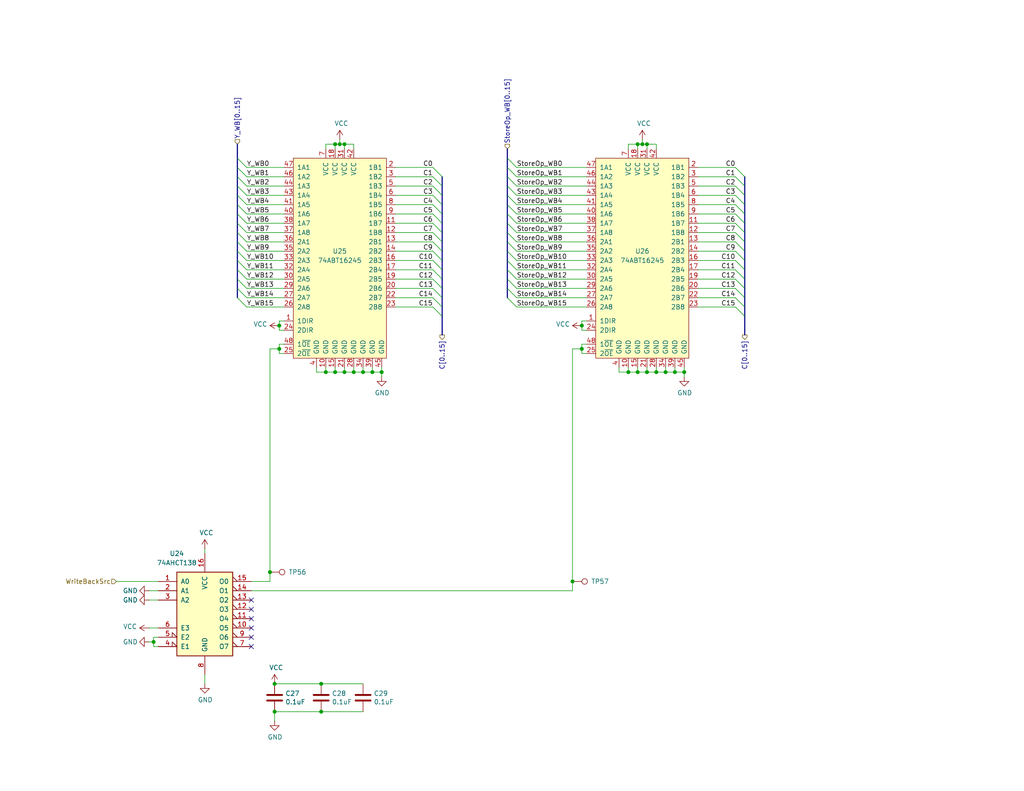
<source format=kicad_sch>
(kicad_sch (version 20250114) (generator "eeschema") (generator_version "9.0")
  (paper "USLetter")
  (title_block (title "WB: Select Write Back Source") (date "2025-07-01") (rev "A") (comment 2 "or a byte swapped version of the latter.") (comment 3 "It can choose either the ALU result, the store operand / value loaded from peripherals,") (comment 4 "The write back stage can select one of several values to write back to the register file."))
  (lib_symbols
    (symbol "Connector:TestPoint" (pin_numbers (hide yes)) (pin_names (offset 0.762) (hide yes))
      (property "Reference" "TP" (at 0 6.858 0))
      (property "Value" "TestPoint" (at 0 5.08 0))
      (symbol "TestPoint_0_1"
        (circle (center 0 3.302) (radius 0.762))
      )
      (symbol "TestPoint_1_1"
        (pin passive line (at 0 0 90) (length 2.54) (name "1") (number "1"))
      )
    )
    (symbol "Device:C" (pin_numbers (hide yes)) (pin_names (offset 0.254))
      (property "Reference" "C" (at 0.635 2.54 0))
      (property "Value" "C" (at 0.635 -2.54 0))
      (symbol "C_0_1"
        (polyline (pts (xy -2.032 0.762) (xy 2.032 0.762)) (stroke (width 0.508)))
        (polyline (pts (xy -2.032 -0.762) (xy 2.032 -0.762)) (stroke (width 0.508)))
      )
      (symbol "C_1_1"
        (pin passive line (at 0 3.81 270) (length 2.794) (name "~") (number "1"))
        (pin passive line (at 0 -3.81 90) (length 2.794) (name "~") (number "2"))
      )
    )
    (symbol "Turtle16:74ABT16245" (pin_names (offset 1.016))
      (property "Reference" "U" (at 0 1.27 0))
      (property "Value" "74ABT16245" (at 0 -1.27 0))
      (symbol "74ABT16245_0_1"
        (rectangle (start -12.7 26.67) (end 12.7 -27.94) (fill (type background)))
      )
      (symbol "74ABT16245_1_1"
        (pin tri_state line (at -15.24 24.13 0) (length 2.54) (name "1A1") (number "47"))
        (pin tri_state line (at -15.24 21.59 0) (length 2.54) (name "1A2") (number "46"))
        (pin tri_state line (at -15.24 19.05 0) (length 2.54) (name "1A3") (number "44"))
        (pin tri_state line (at -15.24 16.51 0) (length 2.54) (name "1A4") (number "43"))
        (pin tri_state line (at -15.24 13.97 0) (length 2.54) (name "1A5") (number "41"))
        (pin tri_state line (at -15.24 11.43 0) (length 2.54) (name "1A6") (number "40"))
        (pin tri_state line (at -15.24 8.89 0) (length 2.54) (name "1A7") (number "38"))
        (pin tri_state line (at -15.24 6.35 0) (length 2.54) (name "1A8") (number "37"))
        (pin tri_state line (at -15.24 3.81 0) (length 2.54) (name "2A1") (number "36"))
        (pin tri_state line (at -15.24 1.27 0) (length 2.54) (name "2A2") (number "35"))
        (pin tri_state line (at -15.24 -1.27 0) (length 2.54) (name "2A3") (number "33"))
        (pin tri_state line (at -15.24 -3.81 0) (length 2.54) (name "2A4") (number "32"))
        (pin tri_state line (at -15.24 -6.35 0) (length 2.54) (name "2A5") (number "30"))
        (pin tri_state line (at -15.24 -8.89 0) (length 2.54) (name "2A6") (number "29"))
        (pin tri_state line (at -15.24 -11.43 0) (length 2.54) (name "2A7") (number "27"))
        (pin tri_state line (at -15.24 -13.97 0) (length 2.54) (name "2A8") (number "26"))
        (pin input line (at -15.24 -17.78 0) (length 2.54) (name "1DIR") (number "1"))
        (pin input line (at -15.24 -20.32 0) (length 2.54) (name "2DIR") (number "24"))
        (pin input line (at -15.24 -24.13 0) (length 2.54) (name "1~{OE}") (number "48"))
        (pin input line (at -15.24 -26.67 0) (length 2.54) (name "2~{OE}") (number "25"))
        (pin power_in line (at -6.35 -30.48 90) (length 2.54) (name "GND") (number "4"))
        (pin power_in line (at -3.81 29.21 270) (length 2.54) (name "VCC") (number "7"))
        (pin power_in line (at -3.81 -30.48 90) (length 2.54) (name "GND") (number "10"))
        (pin power_in line (at -1.27 29.21 270) (length 2.54) (name "VCC") (number "18"))
        (pin power_in line (at -1.27 -30.48 90) (length 2.54) (name "GND") (number "15"))
        (pin power_in line (at 1.27 29.21 270) (length 2.54) (name "VCC") (number "31"))
        (pin power_in line (at 1.27 -30.48 90) (length 2.54) (name "GND") (number "21"))
        (pin power_in line (at 3.81 29.21 270) (length 2.54) (name "VCC") (number "42"))
        (pin power_in line (at 3.81 -30.48 90) (length 2.54) (name "GND") (number "28"))
        (pin power_in line (at 6.35 -30.48 90) (length 2.54) (name "GND") (number "34"))
        (pin power_in line (at 8.89 -30.48 90) (length 2.54) (name "GND") (number "39"))
        (pin power_in line (at 11.43 -30.48 90) (length 2.54) (name "GND") (number "45"))
        (pin tri_state line (at 15.24 24.13 180) (length 2.54) (name "1B1") (number "2"))
        (pin tri_state line (at 15.24 21.59 180) (length 2.54) (name "1B2") (number "3"))
        (pin tri_state line (at 15.24 19.05 180) (length 2.54) (name "1B3") (number "5"))
        (pin tri_state line (at 15.24 16.51 180) (length 2.54) (name "1B4") (number "6"))
        (pin tri_state line (at 15.24 13.97 180) (length 2.54) (name "1B5") (number "8"))
        (pin tri_state line (at 15.24 11.43 180) (length 2.54) (name "1B6") (number "9"))
        (pin tri_state line (at 15.24 8.89 180) (length 2.54) (name "1B7") (number "11"))
        (pin tri_state line (at 15.24 6.35 180) (length 2.54) (name "1B8") (number "12"))
        (pin tri_state line (at 15.24 3.81 180) (length 2.54) (name "2B1") (number "13"))
        (pin tri_state line (at 15.24 1.27 180) (length 2.54) (name "2B2") (number "14"))
        (pin tri_state line (at 15.24 -1.27 180) (length 2.54) (name "2B3") (number "16"))
        (pin tri_state line (at 15.24 -3.81 180) (length 2.54) (name "2B4") (number "17"))
        (pin tri_state line (at 15.24 -6.35 180) (length 2.54) (name "2B5") (number "19"))
        (pin tri_state line (at 15.24 -8.89 180) (length 2.54) (name "2B6") (number "20"))
        (pin tri_state line (at 15.24 -11.43 180) (length 2.54) (name "2B7") (number "22"))
        (pin tri_state line (at 15.24 -13.97 180) (length 2.54) (name "2B8") (number "23"))
      )
    )
    (symbol "Turtle16:74AHCT138" (pin_names (offset 1.016))
      (property "Reference" "U" (at -7.62 11.43 0))
      (property "Value" "74AHCT138" (at -7.62 -13.97 0))
      (symbol "74AHCT138_1_0"
        (pin input line (at -12.7 7.62 0) (length 5.08) (name "A0") (number "1"))
        (pin input line (at -12.7 5.08 0) (length 5.08) (name "A1") (number "2"))
        (pin input line (at -12.7 2.54 0) (length 5.08) (name "A2") (number "3"))
        (pin input line (at -12.7 -5.08 0) (length 5.08) (name "E3") (number "6"))
        (pin input input_low (at -12.7 -7.62 0) (length 5.08) (name "E2") (number "5"))
        (pin input input_low (at -12.7 -10.16 0) (length 5.08) (name "E1") (number "4"))
        (pin power_in line (at 0 15.24 270) (length 5.08) (name "VCC") (number "16"))
        (pin power_in line (at 0 -17.78 90) (length 5.08) (name "GND") (number "8"))
        (pin output output_low (at 12.7 7.62 180) (length 5.08) (name "O0") (number "15"))
        (pin output output_low (at 12.7 5.08 180) (length 5.08) (name "O1") (number "14"))
        (pin output output_low (at 12.7 2.54 180) (length 5.08) (name "O2") (number "13"))
        (pin output output_low (at 12.7 0 180) (length 5.08) (name "O3") (number "12"))
        (pin output output_low (at 12.7 -2.54 180) (length 5.08) (name "O4") (number "11"))
        (pin output output_low (at 12.7 -5.08 180) (length 5.08) (name "O5") (number "10"))
        (pin output output_low (at 12.7 -7.62 180) (length 5.08) (name "O6") (number "9"))
        (pin output output_low (at 12.7 -10.16 180) (length 5.08) (name "O7") (number "7"))
      )
      (symbol "74AHCT138_1_1"
        (rectangle (start -7.62 10.16) (end 7.62 -12.7) (stroke (width 0.254)) (fill (type background)))
      )
    )
    (symbol "power:GND" (power) (pin_numbers (hide yes)) (pin_names (offset 0) (hide yes))
      (property "Value" "GND" (at 0 -3.81 0))
      (symbol "GND_0_1"
        (polyline (pts (xy 0 0) (xy 0 -1.27) (xy 1.27 -1.27) (xy 0 -2.54) (xy -1.27 -1.27) (xy 0 -1.27)))
      )
      (symbol "GND_1_1"
        (pin power_in line (at 0 0 270) (length 0) (name "~") (number "1"))
      )
    )
    (symbol "power:VCC" (power) (pin_numbers (hide yes)) (pin_names (offset 0) (hide yes))
      (property "Value" "VCC" (at 0 3.556 0))
      (symbol "VCC_0_1"
        (polyline (pts (xy -0.762 1.27) (xy 0 2.54)))
        (polyline (pts (xy 0 2.54) (xy 0.762 1.27)))
        (polyline (pts (xy 0 0) (xy 0 2.54)))
      )
      (symbol "VCC_1_1"
        (pin power_in line (at 0 0 90) (length 0) (name "~") (number "1"))
      )
    )
  )
  (junction (at 74.93 186.69))
  (junction (at 186.69 101.6))
  (junction (at 171.45 101.6))
  (junction (at 74.93 194.31))
  (junction (at 176.53 39.37))
  (junction (at 96.52 101.6))
  (junction (at 87.63 194.31))
  (junction (at 181.61 101.6))
  (junction (at 158.75 95.25))
  (junction (at 104.14 101.6))
  (junction (at 93.98 39.37))
  (junction (at 156.21 158.75))
  (junction (at 92.71 39.37))
  (junction (at 73.66 156.21))
  (junction (at 76.2 95.25))
  (junction (at 93.98 101.6))
  (junction (at 88.9 101.6))
  (junction (at 101.6 101.6))
  (junction (at 184.15 101.6))
  (junction (at 91.44 39.37))
  (junction (at 41.91 175.26))
  (junction (at 91.44 101.6))
  (junction (at 87.63 186.69))
  (junction (at 179.07 101.6))
  (junction (at 173.99 101.6))
  (junction (at 76.2 88.9))
  (junction (at 176.53 101.6))
  (junction (at 175.26 39.37))
  (junction (at 99.06 101.6))
  (junction (at 173.99 39.37))
  (junction (at 158.75 88.9))
  (no_connect (at 68.58 166.37))
  (no_connect (at 68.58 176.53))
  (no_connect (at 68.58 171.45))
  (no_connect (at 68.58 168.91))
  (no_connect (at 68.58 163.83))
  (no_connect (at 68.58 173.99))
  (bus_entry (at 120.65 78.74) (size -2.54 -2.54))
  (bus_entry (at 203.2 50.8) (size -2.54 -2.54))
  (bus_entry (at 120.65 83.82) (size -2.54 -2.54))
  (bus_entry (at 140.97 78.74) (size -2.54 -2.54))
  (bus_entry (at 120.65 68.58) (size -2.54 -2.54))
  (bus_entry (at 140.97 55.88) (size -2.54 -2.54))
  (bus_entry (at 64.77 81.28) (size 2.54 2.54))
  (bus_entry (at 140.97 81.28) (size -2.54 -2.54))
  (bus_entry (at 140.97 63.5) (size -2.54 -2.54))
  (bus_entry (at 203.2 66.04) (size -2.54 -2.54))
  (bus_entry (at 203.2 48.26) (size -2.54 -2.54))
  (bus_entry (at 203.2 63.5) (size -2.54 -2.54))
  (bus_entry (at 203.2 73.66) (size -2.54 -2.54))
  (bus_entry (at 120.65 48.26) (size -2.54 -2.54))
  (bus_entry (at 140.97 58.42) (size -2.54 -2.54))
  (bus_entry (at 140.97 50.8) (size -2.54 -2.54))
  (bus_entry (at 64.77 73.66) (size 2.54 2.54))
  (bus_entry (at 120.65 73.66) (size -2.54 -2.54))
  (bus_entry (at 140.97 68.58) (size -2.54 -2.54))
  (bus_entry (at 140.97 45.72) (size -2.54 -2.54))
  (bus_entry (at 140.97 48.26) (size -2.54 -2.54))
  (bus_entry (at 140.97 60.96) (size -2.54 -2.54))
  (bus_entry (at 120.65 86.36) (size -2.54 -2.54))
  (bus_entry (at 140.97 73.66) (size -2.54 -2.54))
  (bus_entry (at 120.65 58.42) (size -2.54 -2.54))
  (bus_entry (at 64.77 63.5) (size 2.54 2.54))
  (bus_entry (at 64.77 76.2) (size 2.54 2.54))
  (bus_entry (at 140.97 76.2) (size -2.54 -2.54))
  (bus_entry (at 120.65 66.04) (size -2.54 -2.54))
  (bus_entry (at 203.2 81.28) (size -2.54 -2.54))
  (bus_entry (at 203.2 71.12) (size -2.54 -2.54))
  (bus_entry (at 64.77 45.72) (size 2.54 2.54))
  (bus_entry (at 203.2 68.58) (size -2.54 -2.54))
  (bus_entry (at 64.77 66.04) (size 2.54 2.54))
  (bus_entry (at 120.65 81.28) (size -2.54 -2.54))
  (bus_entry (at 203.2 78.74) (size -2.54 -2.54))
  (bus_entry (at 203.2 86.36) (size -2.54 -2.54))
  (bus_entry (at 120.65 76.2) (size -2.54 -2.54))
  (bus_entry (at 64.77 78.74) (size 2.54 2.54))
  (bus_entry (at 120.65 71.12) (size -2.54 -2.54))
  (bus_entry (at 203.2 58.42) (size -2.54 -2.54))
  (bus_entry (at 64.77 68.58) (size 2.54 2.54))
  (bus_entry (at 140.97 53.34) (size -2.54 -2.54))
  (bus_entry (at 203.2 60.96) (size -2.54 -2.54))
  (bus_entry (at 140.97 71.12) (size -2.54 -2.54))
  (bus_entry (at 140.97 66.04) (size -2.54 -2.54))
  (bus_entry (at 64.77 43.18) (size 2.54 2.54))
  (bus_entry (at 203.2 53.34) (size -2.54 -2.54))
  (bus_entry (at 64.77 60.96) (size 2.54 2.54))
  (bus_entry (at 120.65 53.34) (size -2.54 -2.54))
  (bus_entry (at 64.77 50.8) (size 2.54 2.54))
  (bus_entry (at 203.2 55.88) (size -2.54 -2.54))
  (bus_entry (at 203.2 76.2) (size -2.54 -2.54))
  (bus_entry (at 120.65 55.88) (size -2.54 -2.54))
  (bus_entry (at 64.77 71.12) (size 2.54 2.54))
  (bus_entry (at 120.65 50.8) (size -2.54 -2.54))
  (bus_entry (at 120.65 60.96) (size -2.54 -2.54))
  (bus_entry (at 64.77 55.88) (size 2.54 2.54))
  (bus_entry (at 120.65 63.5) (size -2.54 -2.54))
  (bus_entry (at 64.77 48.26) (size 2.54 2.54))
  (bus_entry (at 64.77 58.42) (size 2.54 2.54))
  (bus_entry (at 140.97 83.82) (size -2.54 -2.54))
  (bus_entry (at 203.2 83.82) (size -2.54 -2.54))
  (bus_entry (at 64.77 53.34) (size 2.54 2.54))
  (wire (pts (xy 76.2 95.25) (xy 73.66 95.25)))
  (wire (pts (xy 68.58 161.29) (xy 156.21 161.29)))
  (wire (pts (xy 140.97 48.26) (xy 160.02 48.26)))
  (wire (pts (xy 99.06 101.6) (xy 99.06 100.33)))
  (wire (pts (xy 140.97 53.34) (xy 160.02 53.34)))
  (bus (pts (xy 120.65 83.82) (xy 120.65 86.36)))
  (wire (pts (xy 140.97 73.66) (xy 160.02 73.66)))
  (bus (pts (xy 64.77 43.18) (xy 64.77 45.72)))
  (bus (pts (xy 64.77 63.5) (xy 64.77 66.04)))
  (bus (pts (xy 138.43 63.5) (xy 138.43 66.04)))
  (wire (pts (xy 91.44 101.6) (xy 93.98 101.6)))
  (wire (pts (xy 158.75 93.98) (xy 158.75 95.25)))
  (wire (pts (xy 41.91 175.26) (xy 41.91 176.53)))
  (bus (pts (xy 203.2 86.36) (xy 203.2 91.44)))
  (wire (pts (xy 171.45 39.37) (xy 173.99 39.37)))
  (wire (pts (xy 175.26 39.37) (xy 176.53 39.37)))
  (wire (pts (xy 118.11 60.96) (xy 107.95 60.96)))
  (wire (pts (xy 200.66 60.96) (xy 190.5 60.96)))
  (wire (pts (xy 200.66 66.04) (xy 190.5 66.04)))
  (wire (pts (xy 67.31 76.2) (xy 77.47 76.2)))
  (wire (pts (xy 200.66 68.58) (xy 190.5 68.58)))
  (bus (pts (xy 120.65 48.26) (xy 120.65 50.8)))
  (wire (pts (xy 67.31 81.28) (xy 77.47 81.28)))
  (wire (pts (xy 74.93 196.85) (xy 74.93 194.31)))
  (wire (pts (xy 101.6 101.6) (xy 104.14 101.6)))
  (wire (pts (xy 67.31 83.82) (xy 77.47 83.82)))
  (bus (pts (xy 203.2 53.34) (xy 203.2 55.88)))
  (wire (pts (xy 156.21 95.25) (xy 156.21 158.75)))
  (wire (pts (xy 160.02 93.98) (xy 158.75 93.98)))
  (bus (pts (xy 138.43 45.72) (xy 138.43 48.26)))
  (wire (pts (xy 118.11 58.42) (xy 107.95 58.42)))
  (wire (pts (xy 140.97 76.2) (xy 160.02 76.2)))
  (wire (pts (xy 200.66 45.72) (xy 190.5 45.72)))
  (wire (pts (xy 67.31 48.26) (xy 77.47 48.26)))
  (bus (pts (xy 138.43 78.74) (xy 138.43 81.28)))
  (bus (pts (xy 203.2 48.26) (xy 203.2 50.8)))
  (wire (pts (xy 55.88 149.86) (xy 55.88 151.13)))
  (wire (pts (xy 158.75 90.17) (xy 160.02 90.17)))
  (bus (pts (xy 64.77 50.8) (xy 64.77 53.34)))
  (wire (pts (xy 118.11 71.12) (xy 107.95 71.12)))
  (wire (pts (xy 99.06 101.6) (xy 101.6 101.6)))
  (wire (pts (xy 140.97 68.58) (xy 160.02 68.58)))
  (bus (pts (xy 64.77 78.74) (xy 64.77 81.28)))
  (wire (pts (xy 158.75 88.9) (xy 158.75 90.17)))
  (bus (pts (xy 203.2 78.74) (xy 203.2 81.28)))
  (wire (pts (xy 88.9 101.6) (xy 91.44 101.6)))
  (wire (pts (xy 67.31 66.04) (xy 77.47 66.04)))
  (wire (pts (xy 88.9 39.37) (xy 91.44 39.37)))
  (wire (pts (xy 41.91 173.99) (xy 41.91 175.26)))
  (wire (pts (xy 118.11 66.04) (xy 107.95 66.04)))
  (wire (pts (xy 101.6 101.6) (xy 101.6 100.33)))
  (wire (pts (xy 184.15 101.6) (xy 184.15 100.33)))
  (wire (pts (xy 67.31 73.66) (xy 77.47 73.66)))
  (wire (pts (xy 179.07 101.6) (xy 179.07 100.33)))
  (wire (pts (xy 158.75 95.25) (xy 156.21 95.25)))
  (bus (pts (xy 120.65 86.36) (xy 120.65 91.44)))
  (bus (pts (xy 138.43 66.04) (xy 138.43 68.58)))
  (wire (pts (xy 176.53 40.64) (xy 176.53 39.37)))
  (wire (pts (xy 91.44 39.37) (xy 92.71 39.37)))
  (bus (pts (xy 120.65 53.34) (xy 120.65 55.88)))
  (wire (pts (xy 74.93 186.69) (xy 87.63 186.69)))
  (wire (pts (xy 91.44 40.64) (xy 91.44 39.37)))
  (bus (pts (xy 203.2 60.96) (xy 203.2 63.5)))
  (wire (pts (xy 87.63 186.69) (xy 99.06 186.69)))
  (bus (pts (xy 64.77 66.04) (xy 64.77 68.58)))
  (wire (pts (xy 118.11 63.5) (xy 107.95 63.5)))
  (bus (pts (xy 203.2 68.58) (xy 203.2 71.12)))
  (wire (pts (xy 140.97 50.8) (xy 160.02 50.8)))
  (bus (pts (xy 120.65 81.28) (xy 120.65 83.82)))
  (wire (pts (xy 118.11 81.28) (xy 107.95 81.28)))
  (bus (pts (xy 203.2 55.88) (xy 203.2 58.42)))
  (bus (pts (xy 138.43 60.96) (xy 138.43 63.5)))
  (wire (pts (xy 173.99 40.64) (xy 173.99 39.37)))
  (wire (pts (xy 67.31 78.74) (xy 77.47 78.74)))
  (bus (pts (xy 120.65 73.66) (xy 120.65 76.2)))
  (bus (pts (xy 64.77 73.66) (xy 64.77 76.2)))
  (wire (pts (xy 179.07 39.37) (xy 179.07 40.64)))
  (wire (pts (xy 186.69 101.6) (xy 186.69 100.33)))
  (wire (pts (xy 67.31 63.5) (xy 77.47 63.5)))
  (wire (pts (xy 200.66 81.28) (xy 190.5 81.28)))
  (bus (pts (xy 203.2 81.28) (xy 203.2 83.82)))
  (wire (pts (xy 118.11 68.58) (xy 107.95 68.58)))
  (bus (pts (xy 138.43 53.34) (xy 138.43 55.88)))
  (wire (pts (xy 200.66 63.5) (xy 190.5 63.5)))
  (wire (pts (xy 200.66 48.26) (xy 190.5 48.26)))
  (wire (pts (xy 175.26 38.1) (xy 175.26 39.37)))
  (wire (pts (xy 67.31 50.8) (xy 77.47 50.8)))
  (bus (pts (xy 203.2 50.8) (xy 203.2 53.34)))
  (wire (pts (xy 200.66 53.34) (xy 190.5 53.34)))
  (wire (pts (xy 40.64 171.45) (xy 43.18 171.45)))
  (wire (pts (xy 73.66 156.21) (xy 73.66 158.75)))
  (wire (pts (xy 73.66 158.75) (xy 68.58 158.75)))
  (wire (pts (xy 140.97 71.12) (xy 160.02 71.12)))
  (wire (pts (xy 88.9 100.33) (xy 88.9 101.6)))
  (wire (pts (xy 181.61 101.6) (xy 181.61 100.33)))
  (bus (pts (xy 120.65 71.12) (xy 120.65 73.66)))
  (wire (pts (xy 40.64 161.29) (xy 43.18 161.29)))
  (wire (pts (xy 140.97 81.28) (xy 160.02 81.28)))
  (wire (pts (xy 140.97 60.96) (xy 160.02 60.96)))
  (wire (pts (xy 88.9 40.64) (xy 88.9 39.37)))
  (wire (pts (xy 41.91 176.53) (xy 43.18 176.53)))
  (wire (pts (xy 86.36 101.6) (xy 88.9 101.6)))
  (bus (pts (xy 120.65 55.88) (xy 120.65 58.42)))
  (wire (pts (xy 140.97 58.42) (xy 160.02 58.42)))
  (bus (pts (xy 138.43 43.18) (xy 138.43 45.72)))
  (bus (pts (xy 138.43 55.88) (xy 138.43 58.42)))
  (wire (pts (xy 118.11 50.8) (xy 107.95 50.8)))
  (bus (pts (xy 203.2 71.12) (xy 203.2 73.66)))
  (wire (pts (xy 76.2 90.17) (xy 77.47 90.17)))
  (wire (pts (xy 76.2 96.52) (xy 77.47 96.52)))
  (wire (pts (xy 77.47 87.63) (xy 76.2 87.63)))
  (wire (pts (xy 93.98 40.64) (xy 93.98 39.37)))
  (wire (pts (xy 171.45 100.33) (xy 171.45 101.6)))
  (wire (pts (xy 87.63 194.31) (xy 99.06 194.31)))
  (wire (pts (xy 156.21 158.75) (xy 156.21 161.29)))
  (wire (pts (xy 118.11 83.82) (xy 107.95 83.82)))
  (wire (pts (xy 118.11 55.88) (xy 107.95 55.88)))
  (wire (pts (xy 92.71 39.37) (xy 93.98 39.37)))
  (wire (pts (xy 43.18 173.99) (xy 41.91 173.99)))
  (wire (pts (xy 173.99 101.6) (xy 176.53 101.6)))
  (bus (pts (xy 120.65 63.5) (xy 120.65 66.04)))
  (bus (pts (xy 64.77 76.2) (xy 64.77 78.74)))
  (wire (pts (xy 73.66 95.25) (xy 73.66 156.21)))
  (wire (pts (xy 171.45 101.6) (xy 173.99 101.6)))
  (bus (pts (xy 203.2 76.2) (xy 203.2 78.74)))
  (bus (pts (xy 138.43 68.58) (xy 138.43 71.12)))
  (wire (pts (xy 200.66 55.88) (xy 190.5 55.88)))
  (wire (pts (xy 200.66 78.74) (xy 190.5 78.74)))
  (bus (pts (xy 203.2 58.42) (xy 203.2 60.96)))
  (wire (pts (xy 168.91 101.6) (xy 171.45 101.6)))
  (wire (pts (xy 140.97 83.82) (xy 160.02 83.82)))
  (wire (pts (xy 160.02 87.63) (xy 158.75 87.63)))
  (bus (pts (xy 120.65 78.74) (xy 120.65 81.28)))
  (wire (pts (xy 76.2 87.63) (xy 76.2 88.9)))
  (wire (pts (xy 92.71 38.1) (xy 92.71 39.37)))
  (bus (pts (xy 120.65 50.8) (xy 120.65 53.34)))
  (wire (pts (xy 76.2 95.25) (xy 76.2 96.52)))
  (bus (pts (xy 138.43 71.12) (xy 138.43 73.66)))
  (wire (pts (xy 86.36 100.33) (xy 86.36 101.6)))
  (wire (pts (xy 77.47 93.98) (xy 76.2 93.98)))
  (wire (pts (xy 200.66 83.82) (xy 190.5 83.82)))
  (wire (pts (xy 200.66 73.66) (xy 190.5 73.66)))
  (wire (pts (xy 76.2 93.98) (xy 76.2 95.25)))
  (bus (pts (xy 203.2 63.5) (xy 203.2 66.04)))
  (wire (pts (xy 140.97 45.72) (xy 160.02 45.72)))
  (bus (pts (xy 138.43 73.66) (xy 138.43 76.2)))
  (wire (pts (xy 168.91 100.33) (xy 168.91 101.6)))
  (bus (pts (xy 203.2 83.82) (xy 203.2 86.36)))
  (wire (pts (xy 91.44 100.33) (xy 91.44 101.6)))
  (wire (pts (xy 40.64 163.83) (xy 43.18 163.83)))
  (wire (pts (xy 93.98 101.6) (xy 93.98 100.33)))
  (wire (pts (xy 118.11 53.34) (xy 107.95 53.34)))
  (bus (pts (xy 138.43 76.2) (xy 138.43 78.74)))
  (wire (pts (xy 181.61 101.6) (xy 179.07 101.6)))
  (bus (pts (xy 138.43 40.64) (xy 138.43 43.18)))
  (wire (pts (xy 200.66 76.2) (xy 190.5 76.2)))
  (wire (pts (xy 96.52 101.6) (xy 96.52 100.33)))
  (wire (pts (xy 200.66 58.42) (xy 190.5 58.42)))
  (bus (pts (xy 138.43 48.26) (xy 138.43 50.8)))
  (bus (pts (xy 120.65 60.96) (xy 120.65 63.5)))
  (bus (pts (xy 64.77 60.96) (xy 64.77 63.5)))
  (bus (pts (xy 64.77 53.34) (xy 64.77 55.88)))
  (wire (pts (xy 118.11 45.72) (xy 107.95 45.72)))
  (bus (pts (xy 138.43 50.8) (xy 138.43 53.34)))
  (wire (pts (xy 200.66 71.12) (xy 190.5 71.12)))
  (bus (pts (xy 64.77 39.37) (xy 64.77 43.18)))
  (bus (pts (xy 64.77 55.88) (xy 64.77 58.42)))
  (wire (pts (xy 118.11 76.2) (xy 107.95 76.2)))
  (wire (pts (xy 77.47 45.72) (xy 67.31 45.72)))
  (wire (pts (xy 176.53 39.37) (xy 179.07 39.37)))
  (wire (pts (xy 67.31 55.88) (xy 77.47 55.88)))
  (wire (pts (xy 184.15 101.6) (xy 186.69 101.6)))
  (wire (pts (xy 179.07 101.6) (xy 176.53 101.6)))
  (wire (pts (xy 158.75 95.25) (xy 158.75 96.52)))
  (wire (pts (xy 104.14 101.6) (xy 104.14 100.33)))
  (wire (pts (xy 74.93 194.31) (xy 87.63 194.31)))
  (wire (pts (xy 104.14 102.87) (xy 104.14 101.6)))
  (bus (pts (xy 203.2 73.66) (xy 203.2 76.2)))
  (wire (pts (xy 67.31 60.96) (xy 77.47 60.96)))
  (wire (pts (xy 186.69 102.87) (xy 186.69 101.6)))
  (wire (pts (xy 140.97 55.88) (xy 160.02 55.88)))
  (wire (pts (xy 176.53 101.6) (xy 176.53 100.33)))
  (wire (pts (xy 140.97 78.74) (xy 160.02 78.74)))
  (wire (pts (xy 67.31 71.12) (xy 77.47 71.12)))
  (wire (pts (xy 181.61 101.6) (xy 184.15 101.6)))
  (bus (pts (xy 64.77 48.26) (xy 64.77 50.8)))
  (bus (pts (xy 120.65 66.04) (xy 120.65 68.58)))
  (wire (pts (xy 67.31 53.34) (xy 77.47 53.34)))
  (wire (pts (xy 67.31 58.42) (xy 77.47 58.42)))
  (bus (pts (xy 138.43 58.42) (xy 138.43 60.96)))
  (wire (pts (xy 158.75 87.63) (xy 158.75 88.9)))
  (wire (pts (xy 99.06 101.6) (xy 96.52 101.6)))
  (wire (pts (xy 76.2 88.9) (xy 76.2 90.17)))
  (bus (pts (xy 120.65 58.42) (xy 120.65 60.96)))
  (bus (pts (xy 64.77 71.12) (xy 64.77 73.66)))
  (wire (pts (xy 118.11 78.74) (xy 107.95 78.74)))
  (wire (pts (xy 118.11 73.66) (xy 107.95 73.66)))
  (wire (pts (xy 118.11 48.26) (xy 107.95 48.26)))
  (bus (pts (xy 64.77 45.72) (xy 64.77 48.26)))
  (wire (pts (xy 93.98 39.37) (xy 96.52 39.37)))
  (wire (pts (xy 173.99 100.33) (xy 173.99 101.6)))
  (wire (pts (xy 31.75 158.75) (xy 43.18 158.75)))
  (wire (pts (xy 40.64 175.26) (xy 41.91 175.26)))
  (bus (pts (xy 64.77 58.42) (xy 64.77 60.96)))
  (wire (pts (xy 158.75 96.52) (xy 160.02 96.52)))
  (wire (pts (xy 55.88 184.15) (xy 55.88 186.69)))
  (wire (pts (xy 96.52 39.37) (xy 96.52 40.64)))
  (wire (pts (xy 173.99 39.37) (xy 175.26 39.37)))
  (wire (pts (xy 200.66 50.8) (xy 190.5 50.8)))
  (wire (pts (xy 67.31 68.58) (xy 77.47 68.58)))
  (wire (pts (xy 140.97 66.04) (xy 160.02 66.04)))
  (wire (pts (xy 96.52 101.6) (xy 93.98 101.6)))
  (bus (pts (xy 120.65 68.58) (xy 120.65 71.12)))
  (bus (pts (xy 120.65 76.2) (xy 120.65 78.74)))
  (bus (pts (xy 203.2 66.04) (xy 203.2 68.58)))
  (bus (pts (xy 64.77 68.58) (xy 64.77 71.12)))
  (wire (pts (xy 171.45 40.64) (xy 171.45 39.37)))
  (wire (pts (xy 140.97 63.5) (xy 160.02 63.5)))
  (label "Y_WB15" (at 67.31 83.82 0))
  (label "C4" (at 118.11 55.88 180))
  (label "StoreOp_WB11" (at 140.97 73.66 0))
  (label "Y_WB5" (at 67.31 58.42 0))
  (label "Y_WB9" (at 67.31 68.58 0))
  (label "C2" (at 200.66 50.8 180))
  (label "StoreOp_WB12" (at 140.97 76.2 0))
  (label "Y_WB1" (at 67.31 48.26 0))
  (label "Y_WB11" (at 67.31 73.66 0))
  (label "Y_WB3" (at 67.31 53.34 0))
  (label "StoreOp_WB9" (at 140.97 68.58 0))
  (label "C6" (at 118.11 60.96 180))
  (label "Y_WB12" (at 67.31 76.2 0))
  (label "C13" (at 200.66 78.74 180))
  (label "Y_WB2" (at 67.31 50.8 0))
  (label "C4" (at 200.66 55.88 180))
  (label "C1" (at 200.66 48.26 180))
  (label "C1" (at 118.11 48.26 180))
  (label "Y_WB7" (at 67.31 63.5 0))
  (label "C10" (at 118.11 71.12 180))
  (label "Y_WB8" (at 67.31 66.04 0))
  (label "Y_WB4" (at 67.31 55.88 0))
  (label "StoreOp_WB10" (at 140.97 71.12 0))
  (label "C0" (at 200.66 45.72 180))
  (label "StoreOp_WB5" (at 140.97 58.42 0))
  (label "Y_WB0" (at 67.31 45.72 0))
  (label "StoreOp_WB15" (at 140.97 83.82 0))
  (label "StoreOp_WB8" (at 140.97 66.04 0))
  (label "StoreOp_WB4" (at 140.97 55.88 0))
  (label "StoreOp_WB1" (at 140.97 48.26 0))
  (label "C9" (at 200.66 68.58 180))
  (label "C8" (at 200.66 66.04 180))
  (label "StoreOp_WB6" (at 140.97 60.96 0))
  (label "StoreOp_WB0" (at 140.97 45.72 0))
  (label "Y_WB6" (at 67.31 60.96 0))
  (label "C12" (at 200.66 76.2 180))
  (label "StoreOp_WB13" (at 140.97 78.74 0))
  (label "C11" (at 118.11 73.66 180))
  (label "StoreOp_WB14" (at 140.97 81.28 0))
  (label "C6" (at 200.66 60.96 180))
  (label "C10" (at 200.66 71.12 180))
  (label "Y_WB14" (at 67.31 81.28 0))
  (label "C7" (at 118.11 63.5 180))
  (label "StoreOp_WB2" (at 140.97 50.8 0))
  (label "C14" (at 118.11 81.28 180))
  (label "C15" (at 118.11 83.82 180))
  (label "C3" (at 118.11 53.34 180))
  (label "C5" (at 200.66 58.42 180))
  (label "C8" (at 118.11 66.04 180))
  (label "C2" (at 118.11 50.8 180))
  (label "C12" (at 118.11 76.2 180))
  (label "C15" (at 200.66 83.82 180))
  (label "StoreOp_WB7" (at 140.97 63.5 0))
  (label "C0" (at 118.11 45.72 180))
  (label "C13" (at 118.11 78.74 180))
  (label "C14" (at 200.66 81.28 180))
  (label "C9" (at 118.11 68.58 180))
  (label "Y_WB10" (at 67.31 71.12 0))
  (label "C5" (at 118.11 58.42 180))
  (label "C11" (at 200.66 73.66 180))
  (label "Y_WB13" (at 67.31 78.74 0))
  (label "C3" (at 200.66 53.34 180))
  (label "C7" (at 200.66 63.5 180))
  (label "StoreOp_WB3" (at 140.97 53.34 0))
  (hierarchical_label "Y_WB[0..15]" (shape input) (at 64.77 39.37 90))
  (hierarchical_label "StoreOp_WB[0..15]" (shape input) (at 138.43 40.64 90))
  (hierarchical_label "C[0..15]" (shape output) (at 120.65 91.44 270))
  (hierarchical_label "WriteBackSrc" (shape input) (at 31.75 158.75 180))
  (hierarchical_label "C[0..15]" (shape output) (at 203.2 91.44 270))
  (symbol (lib_id "power:VCC") (at 76.2 88.9 90) (unit 1)
    (property "Reference" "#PWR056" (effects (hide yes)))
    (property "Value" "VCC" (at 72.9742 88.519 90) (effects (justify left)))
    (property "Description" "Power symbol creates a global label with name \"VCC\"" (effects (hide yes)))
  )
  (symbol (lib_id "power:GND") (at 40.64 161.29 270) (unit 1)
    (property "Reference" "#PWR032" (effects (hide yes)))
    (property "Value" "GND" (at 35.56 161.29 90))
    (property "Description" "Power symbol creates a global label with name \"GND\" , ground" (effects (hide yes)))
  )
  (symbol (lib_id "Device:C") (at 74.93 190.5 0) (unit 1)
    (property "Reference" "C27" (at 77.851 189.3316 0) (effects (justify left)))
    (property "Value" "0.1uF" (at 77.851 191.643 0) (effects (justify left)))
    (property "Footprint" "Capacitor_SMD:C_0603_1608Metric" (effects (hide yes)))
    (property "Datasheet" "https://www.mouser.com/datasheet/2/396/taiyo_yuden_12132018_mlcc11_hq_e-1510082.pdf" (effects (hide yes)))
    (property "Manufacturer" "Taiyo Yuden" (effects (hide yes)))
    (property "Manufacturer#" "EMK107B7104KAHT" (effects (hide yes)))
    (property "Mouser#" "963-EMK107B7104KAHT" (effects (hide yes)))
    (property "Digikey#" "587-6004-1-ND" (effects (hide yes)))
  )
  (symbol (lib_id "Device:C") (at 87.63 190.5 0) (unit 1)
    (property "Reference" "C28" (at 90.551 189.3316 0) (effects (justify left)))
    (property "Value" "0.1uF" (at 90.551 191.643 0) (effects (justify left)))
    (property "Footprint" "Capacitor_SMD:C_0603_1608Metric" (effects (hide yes)))
    (property "Datasheet" "https://www.mouser.com/datasheet/2/396/taiyo_yuden_12132018_mlcc11_hq_e-1510082.pdf" (effects (hide yes)))
    (property "Manufacturer" "Taiyo Yuden" (effects (hide yes)))
    (property "Manufacturer#" "EMK107B7104KAHT" (effects (hide yes)))
    (property "Mouser#" "963-EMK107B7104KAHT" (effects (hide yes)))
    (property "Digikey#" "587-6004-1-ND" (effects (hide yes)))
  )
  (symbol (lib_id "power:VCC") (at 74.93 186.69 0) (unit 1)
    (property "Reference" "#PWR054" (effects (hide yes)))
    (property "Value" "VCC" (at 75.3618 182.2958 0))
    (property "Description" "Power symbol creates a global label with name \"VCC\"" (effects (hide yes)))
  )
  (symbol (lib_id "power:GND") (at 74.93 196.85 0) (unit 1)
    (property "Reference" "#PWR055" (effects (hide yes)))
    (property "Value" "GND" (at 75.057 201.2442 0))
    (property "Description" "Power symbol creates a global label with name \"GND\" , ground" (effects (hide yes)))
  )
  (symbol (lib_id "Device:C") (at 99.06 190.5 0) (unit 1)
    (property "Reference" "C29" (at 101.981 189.3316 0) (effects (justify left)))
    (property "Value" "0.1uF" (at 101.981 191.643 0) (effects (justify left)))
    (property "Footprint" "Capacitor_SMD:C_0603_1608Metric" (effects (hide yes)))
    (property "Datasheet" "https://www.mouser.com/datasheet/2/396/taiyo_yuden_12132018_mlcc11_hq_e-1510082.pdf" (effects (hide yes)))
    (property "Manufacturer" "Taiyo Yuden" (effects (hide yes)))
    (property "Manufacturer#" "EMK107B7104KAHT" (effects (hide yes)))
    (property "Mouser#" "963-EMK107B7104KAHT" (effects (hide yes)))
    (property "Digikey#" "587-6004-1-ND" (effects (hide yes)))
  )
  (symbol (lib_id "power:GND") (at 55.88 186.69 0) (unit 1)
    (property "Reference" "#PWR053" (effects (hide yes)))
    (property "Value" "GND" (at 56.007 191.0842 0))
    (property "Description" "Power symbol creates a global label with name \"GND\" , ground" (effects (hide yes)))
  )
  (symbol (lib_id "power:VCC") (at 55.88 149.86 0) (unit 1)
    (property "Reference" "#PWR052" (effects (hide yes)))
    (property "Value" "VCC" (at 56.3118 145.4658 0))
    (property "Description" "Power symbol creates a global label with name \"VCC\"" (effects (hide yes)))
  )
  (symbol (lib_id "power:GND") (at 40.64 163.83 270) (unit 1)
    (property "Reference" "#PWR033" (effects (hide yes)))
    (property "Value" "GND" (at 35.56 163.83 90))
    (property "Description" "Power symbol creates a global label with name \"GND\" , ground" (effects (hide yes)))
  )
  (symbol (lib_id "power:GND") (at 40.64 175.26 270) (unit 1)
    (property "Reference" "#PWR051" (effects (hide yes)))
    (property "Value" "GND" (at 35.56 175.26 90))
    (property "Description" "Power symbol creates a global label with name \"GND\" , ground" (effects (hide yes)))
  )
  (symbol (lib_id "power:VCC") (at 40.64 171.45 90) (unit 1)
    (property "Reference" "#PWR034" (effects (hide yes)))
    (property "Value" "VCC" (at 37.4142 171.069 90) (effects (justify left)))
    (property "Description" "Power symbol creates a global label with name \"VCC\"" (effects (hide yes)))
  )
  (symbol (lib_id "power:GND") (at 104.14 102.87 0) (unit 1)
    (property "Reference" "#PWR058" (effects (hide yes)))
    (property "Value" "GND" (at 104.267 107.2642 0))
    (property "Description" "Power symbol creates a global label with name \"GND\" , ground" (effects (hide yes)))
  )
  (symbol (lib_id "power:VCC") (at 92.71 38.1 0) (unit 1)
    (property "Reference" "#PWR057" (effects (hide yes)))
    (property "Value" "VCC" (at 93.1418 33.7058 0))
    (property "Description" "Power symbol creates a global label with name \"VCC\"" (effects (hide yes)))
  )
  (symbol (lib_id "Turtle16:74ABT16245") (at 92.71 69.85 0) (unit 1)
    (property "Reference" "U25" (at 92.71 68.58 0))
    (property "Value" "74ABT16245" (at 92.71 71.12 0))
    (property "Footprint" "Package_SO:TSSOP-48_6.1x12.5mm_P0.5mm" (effects (hide yes)))
    (property "Datasheet" "https://www.ti.com/general/docs/suppproductinfo.tsp?distId=26&gotoUrl=https://www.ti.com/lit/gpn/sn74abth16245" (effects (hide yes)))
    (property "Manufacturer" "Texas Instruments" (effects (hide yes)))
    (property "Manufacturer#" "SN74ABTH16245DGGR" (effects (hide yes)))
    (property "Mouser#" "595-SNABTH16245DGGR" (effects (hide yes)))
    (property "Digikey#" "296-4124-1-ND" (effects (hide yes)))
  )
  (symbol (lib_id "power:VCC") (at 158.75 88.9 90) (unit 1)
    (property "Reference" "#PWR059" (effects (hide yes)))
    (property "Value" "VCC" (at 155.5242 88.519 90) (effects (justify left)))
    (property "Description" "Power symbol creates a global label with name \"VCC\"" (effects (hide yes)))
  )
  (symbol (lib_id "power:GND") (at 186.69 102.87 0) (unit 1)
    (property "Reference" "#PWR0120" (effects (hide yes)))
    (property "Value" "GND" (at 186.817 107.2642 0))
    (property "Description" "Power symbol creates a global label with name \"GND\" , ground" (effects (hide yes)))
  )
  (symbol (lib_id "power:VCC") (at 175.26 38.1 0) (unit 1)
    (property "Reference" "#PWR060" (effects (hide yes)))
    (property "Value" "VCC" (at 175.6918 33.7058 0))
    (property "Description" "Power symbol creates a global label with name \"VCC\"" (effects (hide yes)))
  )
  (symbol (lib_id "Turtle16:74ABT16245") (at 175.26 69.85 0) (unit 1)
    (property "Reference" "U26" (at 175.26 68.58 0))
    (property "Value" "74ABT16245" (at 175.26 71.12 0))
    (property "Footprint" "Package_SO:TSSOP-48_6.1x12.5mm_P0.5mm" (effects (hide yes)))
    (property "Datasheet" "https://www.ti.com/general/docs/suppproductinfo.tsp?distId=26&gotoUrl=https://www.ti.com/lit/gpn/sn74abth16245" (effects (hide yes)))
    (property "Manufacturer" "Texas Instruments" (effects (hide yes)))
    (property "Manufacturer#" "SN74ABTH16245DGGR" (effects (hide yes)))
    (property "Mouser#" "595-SNABTH16245DGGR" (effects (hide yes)))
    (property "Digikey#" "296-4124-1-ND" (effects (hide yes)))
  )
  (symbol (lib_id "Turtle16:74AHCT138") (at 55.88 166.37 0) (unit 1)
    (property "Reference" "U24" (at 48.26 151.13 0))
    (property "Value" "74AHCT138" (at 48.26 153.67 0))
    (property "Footprint" "Package_SO:TSSOP-16_4.4x5mm_P0.65mm" (effects (hide yes)))
    (property "Datasheet" "https://www.ti.com/general/docs/suppproductinfo.tsp?distId=26&gotoUrl=https://www.ti.com/lit/gpn/sn74ahct138" (effects (hide yes)))
    (property "Manufacturer" "Texas Instruments" (effects (hide yes)))
    (property "Manufacturer#" "SN74AHCT138PWR" (effects (hide yes)))
    (property "Mouser#" "595-SN74AHCT138PWR" (effects (hide yes)))
    (property "Digikey#" "296-1109-1-ND" (effects (hide yes)))
  )
  (symbol (lib_id "Connector:TestPoint") (at 73.66 156.21 270) (unit 1) (in_bom no)
    (property "Reference" "TP56" (at 78.74 156.21 90) (effects (justify left)))
    (property "Value" "TP" (effects (hide yes)))
    (property "Footprint" "TestPoint:TestPoint_Pad_D1.0mm" (effects (hide yes)))
  )
  (symbol (lib_id "Connector:TestPoint") (at 156.21 158.75 270) (unit 1) (in_bom no)
    (property "Reference" "TP57" (at 161.29 158.75 90) (effects (justify left)))
    (property "Value" "TP" (effects (hide yes)))
    (property "Footprint" "TestPoint:TestPoint_Pad_D1.0mm" (effects (hide yes)))
  )
)
</source>
